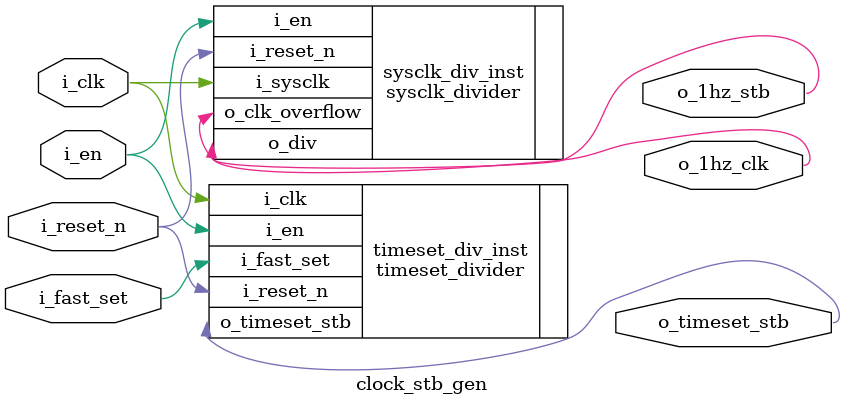
<source format=v>
`default_nettype none

module clock_stb_gen (
    i_clk,  // fast system clock (~50MHz)
    i_en,
    i_reset_n,  // syncronous reset (active low)
    i_fast_set,  // select the speed for the timeset signal

    o_1hz_clk,
    o_1hz_stb,  // 1hz clock strobe signal 
    o_timeset_stb  // timeset strobe signal (faster than 1hz)
);
  parameter SYS_CLK_HZ = 50_000_000;
  parameter FAST_SET_HZ = 5;
  parameter SLOW_SET_HZ = 2;

  input wire i_clk;
  input wire i_reset_n;
  input wire i_en;
  input wire i_fast_set;

  output wire o_1hz_clk;
  output wire o_1hz_stb;
  output wire o_timeset_stb;

  // handle time inputs to generate our 1hz clock for the clock and our time set
  // pulses for adjusting the time
  sysclk_divider #(
      .SYS_CLK_HZ(SYS_CLK_HZ),
      .OUT_CLK_HZ(1)
  ) sysclk_div_inst (
      .i_sysclk(i_clk),
      .i_reset_n(i_reset_n),
      .i_en(i_en),
      .o_div(o_1hz_clk),
      .o_clk_overflow(o_1hz_stb)
  );

  timeset_divider #(
      .SYS_CLK_HZ (SYS_CLK_HZ),
      .FAST_SET_HZ(FAST_SET_HZ),
      .SLOW_SET_HZ(SLOW_SET_HZ)
  ) timeset_div_inst (
      .i_clk(i_clk),
      .i_reset_n(i_reset_n),
      .i_en(i_en),
      .i_fast_set(i_fast_set),
      .o_timeset_stb(o_timeset_stb)
  );

endmodule

</source>
